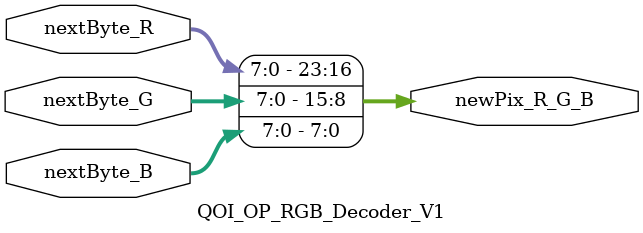
<source format=v>
`timescale 1ns / 1ps


module QOI_OP_RGB_Decoder_V1
                (
                    input wire [8-1:0]nextByte_R,
                    input wire [8-1:0]nextByte_G,
                    input wire [8-1:0]nextByte_B,

                    output wire [24-1:0]newPix_R_G_B
                );

assign newPix_R_G_B = {nextByte_R, nextByte_G, nextByte_B};


endmodule

</source>
